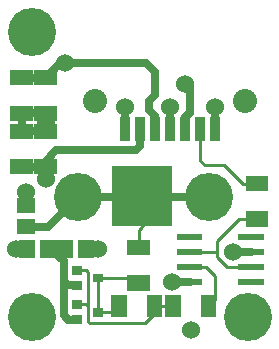
<source format=gbr>
G04 start of page 2 for group 0 idx 0 *
G04 Title: (unknown), component *
G04 Creator: pcb 1.99z *
G04 CreationDate: Tue 15 Oct 2013 04:03:46 AM GMT UTC *
G04 For: commonadmin *
G04 Format: Gerber/RS-274X *
G04 PCB-Dimensions: 600000 500000 *
G04 PCB-Coordinate-Origin: lower left *
%MOIN*%
%FSLAX25Y25*%
%LNTOP*%
%ADD24C,0.0590*%
%ADD23C,0.0380*%
%ADD22C,0.1190*%
%ADD21C,0.0350*%
%ADD20C,0.1600*%
%ADD19R,0.0350X0.0350*%
%ADD18R,0.0290X0.0290*%
%ADD17R,0.0512X0.0512*%
%ADD16R,0.0200X0.0200*%
%ADD15C,0.0800*%
%ADD14C,0.0600*%
%ADD13C,0.0100*%
%ADD12C,0.0250*%
%ADD11C,0.0001*%
G54D11*G36*
X38614Y61791D02*X58693D01*
Y41713D01*
X48296D01*
X48183Y41782D01*
X47965Y41872D01*
X47735Y41927D01*
X47500Y41946D01*
X47265Y41927D01*
X47035Y41872D01*
X46817Y41782D01*
X46704Y41713D01*
X38614D01*
Y61791D01*
G37*
G54D12*X43000Y74000D02*Y81500D01*
X48000Y68500D02*X46500Y67000D01*
X20000D02*X46500D01*
X16500Y63500D02*X20000Y67000D01*
X23000Y96000D02*X50000D01*
X23500D02*X21380D01*
X16500Y91120D01*
X27197Y51555D02*X17142Y41500D01*
X27197Y51555D02*X70898D01*
G54D13*X87000Y44000D02*X80810D01*
X47500Y40441D02*X53732Y46673D01*
X47500Y39181D02*Y40441D01*
G54D12*X20000Y32500D02*X22500Y30000D01*
X20000Y34000D02*Y32500D01*
G54D13*X47500Y34500D02*Y39189D01*
X73500Y31500D02*Y36690D01*
X80810Y44000D02*X73500Y36690D01*
X87000Y55810D02*X82190D01*
X76000Y62000D01*
X69500D01*
X59000Y15000D02*X52810D01*
X73000Y17190D02*X70810Y15000D01*
X73000Y25000D02*Y17190D01*
X64500Y33000D02*X73500D01*
X77000Y28000D02*X73500Y31500D01*
G54D12*X85000Y33000D02*X79000D01*
G54D13*X85000Y28000D02*X77000D01*
X70000D02*X73000Y25000D01*
X64500Y28000D02*X70000D01*
G54D12*X58500Y23000D02*X64500D01*
G54D13*X45790Y24400D02*X47500Y22690D01*
G54D12*X73000Y81500D02*Y74000D01*
G54D13*X68000D02*Y63500D01*
X69500Y62000D02*X68000Y63500D01*
G54D12*X53000Y93000D02*X50000Y96000D01*
X48000Y74000D02*Y68500D01*
X53000Y74000D02*Y78500D01*
X51000Y80500D01*
Y83500D01*
X53000Y85500D02*Y93000D01*
X58000Y74000D02*Y81500D01*
X51000Y83500D02*X53000Y85500D01*
X63000Y74000D02*Y78000D01*
X64500Y79500D01*
Y87500D01*
X63000Y89000D01*
X16500Y57500D02*Y63500D01*
X10000Y41500D02*X17142D01*
X16500Y61500D02*X8500D01*
X16500Y91120D02*X8500D01*
Y73310D02*X16500D01*
X8500Y79310D02*Y73310D01*
X16500Y79310D02*Y73310D01*
X16310Y79310D02*X16500Y79500D01*
X8500Y79310D02*X16310D01*
G54D13*X49500Y9500D02*X31000D01*
X52810Y12810D02*X49500Y9500D01*
X52810Y15000D02*Y12810D01*
X39000Y13000D02*X41000Y15000D01*
X34000Y13000D02*X39000D01*
X34000Y24400D02*X45790D01*
X29900Y15600D02*X30500Y15000D01*
X27000Y15600D02*X29900D01*
X30500Y26500D02*Y10000D01*
X34000Y13000D02*Y24400D01*
X31000Y9500D02*X30500Y10000D01*
G54D12*X24000Y10500D02*X27000D01*
X22500Y12000D02*X24000Y10500D01*
X22500Y30000D02*Y12000D01*
X24100Y21900D02*X22500Y23500D01*
X27000Y21900D02*X24100D01*
G54D13*X30000Y27000D02*X27000D01*
X30000D02*X30500Y26500D01*
G54D11*G36*
X40732Y59673D02*Y53673D01*
X46732D01*
Y59673D01*
X40732D01*
G37*
G54D14*X43732Y46673D03*
X53732D03*
Y56673D03*
G54D15*X83100Y83300D03*
X32900D03*
G54D16*X61250Y38000D02*X67750D01*
X61250Y33000D02*X67750D01*
X61250Y28000D02*X67750D01*
X61250Y23000D02*X67750D01*
X81750D02*X88250D01*
X81750Y28000D02*X88250D01*
X81750Y33000D02*X88250D01*
X81750Y38000D02*X88250D01*
G54D17*X85819Y44000D02*X88181D01*
X85819Y55810D02*X88181D01*
X52810Y16181D02*Y13819D01*
X59000Y16181D02*Y13819D01*
X70810Y16181D02*Y13819D01*
X46319Y34500D02*X48681D01*
X46319Y22690D02*X48681D01*
G54D18*X26700Y15600D02*X27300D01*
X26700Y10500D02*X27300D01*
X33700Y13000D02*X34300D01*
G54D17*X41000Y16181D02*Y13819D01*
G54D18*X26700Y27000D02*X27300D01*
X26700Y21900D02*X27300D01*
X33700Y24400D02*X34300D01*
G54D17*X30000Y34393D02*Y33607D01*
X22914Y34393D02*Y33607D01*
X17328Y34393D02*Y33607D01*
X10242Y34393D02*Y33607D01*
X9607Y41500D02*X10393D01*
X9607Y48586D02*X10393D01*
X15319Y61500D02*X17681D01*
X7319D02*X9681D01*
X15319Y73310D02*X17681D01*
X15319Y79310D02*X17681D01*
X15319Y91120D02*X17681D01*
X7319Y73310D02*X9681D01*
X7319Y79310D02*X9681D01*
X7319Y91120D02*X9681D01*
G54D19*X43000Y76150D02*Y71850D01*
X48000Y76150D02*Y71850D01*
X53000Y76150D02*Y71850D01*
X58000Y76150D02*Y71850D01*
X63000Y76150D02*Y71850D01*
X68000Y76150D02*Y71850D01*
X73000Y76150D02*Y71850D01*
G54D14*Y81500D03*
X58000D03*
X43000D03*
X63000Y89000D03*
X79000Y33000D03*
G54D20*X70898Y51555D03*
X84000Y11500D03*
G54D14*X65000Y7000D03*
X58500Y23000D03*
X34000Y34000D03*
X20000D03*
G54D20*X27197Y51555D03*
G54D14*X23000Y96000D03*
X16500Y76500D03*
X10000Y53000D03*
X16500Y57500D03*
X6500Y34000D03*
G54D20*X12000Y11500D03*
Y106500D03*
G54D21*G54D22*G54D21*G54D22*G54D21*G54D22*G54D23*G54D24*M02*

</source>
